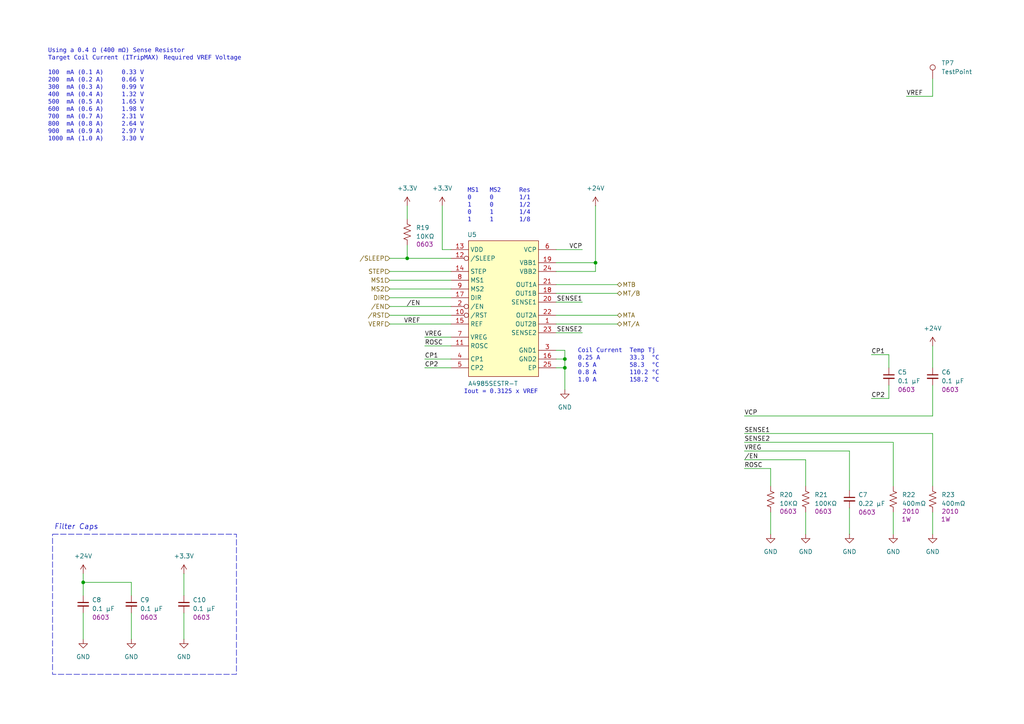
<source format=kicad_sch>
(kicad_sch (version 20250114) (generator "eeschema") (generator_version "9.0")
  (paper "A4")
  (title_block (title "Lark Print Engine") (date "2025-10-08") (rev "01.00.01") (comment 1 "Thermal Print Engine") (comment 2 "Designer: HamSlices") (comment 3 "The Lark Project"))
  (lib_symbols
    (symbol "Allegro MicroSystems:A4985SESTR-T"
      (property "Reference" "U" (at -9.652 21.59 0))
      (property "Value" "A4985SESTR-T" (at -3.302 -20.32 0))
      (symbol "A4985SESTR-T_1_1"
        (rectangle (start -10.16 20.32) (end 10.16 -19.05) (fill (type background)))
        (pin power_in line (at -15.24 17.78 0) (length 5.08) (name "VDD") (number "13"))
        (pin input inverted (at -15.24 15.24 0) (length 5.08) (name "/SLEEP") (number "12"))
        (pin input line (at -15.24 11.43 0) (length 5.08) (name "STEP") (number "14"))
        (pin input line (at -15.24 8.89 0) (length 5.08) (name "MS1") (number "8"))
        (pin input line (at -15.24 6.35 0) (length 5.08) (name "MS2") (number "9"))
        (pin input line (at -15.24 3.81 0) (length 5.08) (name "DIR") (number "17"))
        (pin input inverted (at -15.24 1.27 0) (length 5.08) (name "/EN") (number "2"))
        (pin input inverted (at -15.24 -1.27 0) (length 5.08) (name "/RST") (number "10"))
        (pin input line (at -15.24 -3.81 0) (length 5.08) (name "REF") (number "15"))
        (pin passive line (at -15.24 -7.62 0) (length 5.08) (name "VREG") (number "7"))
        (pin passive line (at -15.24 -10.16 0) (length 5.08) (name "ROSC") (number "11"))
        (pin passive line (at -15.24 -13.97 0) (length 5.08) (name "CP1") (number "4"))
        (pin passive line (at -15.24 -16.51 0) (length 5.08) (name "CP2") (number "5"))
        (pin passive line (at 15.24 17.78 180) (length 5.08) (name "VCP") (number "6"))
        (pin power_in line (at 15.24 13.97 180) (length 5.08) (name "VBB1") (number "19"))
        (pin power_in line (at 15.24 11.43 180) (length 5.08) (name "VBB2") (number "24"))
        (pin bidirectional line (at 15.24 7.62 180) (length 5.08) (name "OUT1A") (number "21"))
        (pin bidirectional line (at 15.24 5.08 180) (length 5.08) (name "OUT1B") (number "18"))
        (pin passive line (at 15.24 2.54 180) (length 5.08) (name "SENSE1") (number "20"))
        (pin bidirectional line (at 15.24 -1.27 180) (length 5.08) (name "OUT2A") (number "22"))
        (pin bidirectional line (at 15.24 -3.81 180) (length 5.08) (name "OUT2B") (number "1"))
        (pin passive line (at 15.24 -6.35 180) (length 5.08) (name "SENSE2") (number "23"))
        (pin power_in line (at 15.24 -11.43 180) (length 5.08) (name "GND1") (number "3"))
        (pin power_in line (at 15.24 -13.97 180) (length 5.08) (name "GND2") (number "16"))
        (pin power_in line (at 15.24 -16.51 180) (length 5.08) (name "EP") (number "25"))
      )
    )
    (symbol "Connector:TestPoint" (pin_numbers (hide yes)) (pin_names (offset 0.762) (hide yes))
      (property "Reference" "TP" (at 0 6.858 0))
      (property "Value" "TestPoint" (at 0 5.08 0))
      (symbol "TestPoint_0_1"
        (circle (center 0 3.302) (radius 0.762))
      )
      (symbol "TestPoint_1_1"
        (pin passive line (at 0 0 90) (length 2.54) (name "1") (number "1"))
      )
    )
    (symbol "Murata Electronics:Capacitor" (pin_numbers (hide yes)) (pin_names (offset 0.254) (hide yes))
      (property "Reference" "C" (at 0.254 1.778 0))
      (property "Value" "Capacitor" (at 0.254 -2.032 0))
      (symbol "Capacitor_0_1"
        (polyline (pts (xy -1.524 0.508) (xy 1.524 0.508)) (stroke (width 0.3048)))
        (polyline (pts (xy -1.524 -0.508) (xy 1.524 -0.508)) (stroke (width 0.3302)))
      )
      (symbol "Capacitor_1_1"
        (pin passive line (at 0 2.54 270) (length 2.032) (name "~") (number "1"))
        (pin passive line (at 0 -2.54 90) (length 2.032) (name "~") (number "2"))
      )
    )
    (symbol "Stackpole:Resistor" (pin_numbers (hide yes)) (pin_names (offset 0))
      (property "Reference" "R" (at 2.54 0 90))
      (property "Value" "Resistor" (at -2.54 0 90))
      (symbol "Resistor_0_1"
        (polyline (pts (xy 0 2.286) (xy 0 2.54)))
        (polyline (pts (xy 0 2.286) (xy 1.016 1.905) (xy 0 1.524) (xy -1.016 1.143) (xy 0 0.762)))
        (polyline (pts (xy 0 0.762) (xy 1.016 0.381) (xy 0 0) (xy -1.016 -0.381) (xy 0 -0.762)))
        (polyline (pts (xy 0 -0.762) (xy 1.016 -1.143) (xy 0 -1.524) (xy -1.016 -1.905) (xy 0 -2.286)))
        (polyline (pts (xy 0 -2.286) (xy 0 -2.54)))
      )
      (symbol "Resistor_1_1"
        (pin passive line (at 0 3.81 270) (length 1.27) (name "~") (number "1"))
        (pin passive line (at 0 -3.81 90) (length 1.27) (name "~") (number "2"))
      )
    )
    (symbol "power:+24V" (power) (pin_numbers (hide yes)) (pin_names (offset 0) (hide yes))
      (property "Value" "+24V" (at 0 3.556 0))
      (symbol "+24V_0_1"
        (polyline (pts (xy -0.762 1.27) (xy 0 2.54)))
        (polyline (pts (xy 0 2.54) (xy 0.762 1.27)))
        (polyline (pts (xy 0 0) (xy 0 2.54)))
      )
      (symbol "+24V_1_1"
        (pin power_in line (at 0 0 90) (length 0) (name "~") (number "1"))
      )
    )
    (symbol "power:+3.3V" (power) (pin_numbers (hide yes)) (pin_names (offset 0) (hide yes))
      (property "Value" "+3.3V" (at 0 3.556 0))
      (symbol "+3.3V_0_1"
        (polyline (pts (xy -0.762 1.27) (xy 0 2.54)))
        (polyline (pts (xy 0 2.54) (xy 0.762 1.27)))
        (polyline (pts (xy 0 0) (xy 0 2.54)))
      )
      (symbol "+3.3V_1_1"
        (pin power_in line (at 0 0 90) (length 0) (name "~") (number "1"))
      )
    )
    (symbol "power:GND" (power) (pin_numbers (hide yes)) (pin_names (offset 0) (hide yes))
      (property "Value" "GND" (at 0 -3.81 0))
      (symbol "GND_0_1"
        (polyline (pts (xy 0 0) (xy 0 -1.27) (xy 1.27 -1.27) (xy 0 -2.54) (xy -1.27 -1.27) (xy 0 -1.27)))
      )
      (symbol "GND_1_1"
        (pin power_in line (at 0 0 270) (length 0) (name "~") (number "1"))
      )
    )
  )
  (rectangle (start 15.24 154.94) (end 68.58 195.58) (stroke (width 0) (type dash)))
  (text "MS1   MS2     Res\n0     0       1/1\n1     0       1/2\n0     1       1/4\n1     1       1/8" (at 135.636 59.944 0) (effects (font (size 1.27 1.27)) (justify left)))
  (text "Filter Caps" (at 22.098 152.908 0) (effects (font (size 1.524 1.524) (italic yes))))
  (text "Coil Current  Temp Tj\n0.25 A        33.3  °C\n0.5 A         58.3  °C\n0.8 A         110.2 °C\n1.0 A         158.2 °C" (at 167.64 106.426 0) (effects (font (size 1.27 1.27)) (justify left)))
  (text "Iout = 0.3125 x VREF" (at 145.288 114.046 0) (effects (font (size 1.27 1.27))))
  (text "Using a 0.4 Ω (400 mΩ) Sense Resistor\nTarget Coil Current (ITripMAX)	Required VREF Voltage\n\n100  mA (0.1 A)		0.33 V\n200  mA (0.2 A)		0.66 V\n300  mA (0.3 A)		0.99 V\n400  mA (0.4 A)		1.32 V\n500  mA (0.5 A)		1.65 V\n600  mA (0.6 A)		1.98 V\n700  mA (0.7 A)		2.31 V\n800  mA (0.8 A)		2.64 V\n900  mA (0.9 A)		2.97 V\n1000 mA (1.0 A)		3.30 V\n" (at 13.97 27.94 0) (effects (font (size 1.27 1.27)) (justify left)))
  (junction (at 172.72 76.2))
  (junction (at 118.11 74.93))
  (junction (at 163.83 104.14))
  (junction (at 24.13 168.91))
  (junction (at 163.83 106.68))
  (wire (pts (xy 270.51 148.59) (xy 270.51 154.94)))
  (wire (pts (xy 24.13 166.37) (xy 24.13 168.91)))
  (wire (pts (xy 163.83 106.68) (xy 163.83 113.03)))
  (wire (pts (xy 252.73 115.57) (xy 257.81 115.57)))
  (wire (pts (xy 161.29 85.09) (xy 179.07 85.09)))
  (wire (pts (xy 163.83 101.6) (xy 163.83 104.14)))
  (wire (pts (xy 123.19 97.79) (xy 130.81 97.79)))
  (wire (pts (xy 113.03 78.74) (xy 130.81 78.74)))
  (wire (pts (xy 161.29 96.52) (xy 168.91 96.52)))
  (wire (pts (xy 161.29 106.68) (xy 163.83 106.68)))
  (wire (pts (xy 246.38 147.32) (xy 246.38 154.94)))
  (wire (pts (xy 24.13 168.91) (xy 24.13 172.72)))
  (wire (pts (xy 172.72 59.69) (xy 172.72 76.2)))
  (wire (pts (xy 257.81 115.57) (xy 257.81 111.76)))
  (wire (pts (xy 161.29 82.55) (xy 179.07 82.55)))
  (wire (pts (xy 53.34 177.8) (xy 53.34 185.42)))
  (wire (pts (xy 161.29 104.14) (xy 163.83 104.14)))
  (wire (pts (xy 123.19 100.33) (xy 130.81 100.33)))
  (wire (pts (xy 113.03 74.93) (xy 118.11 74.93)))
  (wire (pts (xy 259.08 140.97) (xy 259.08 128.27)))
  (wire (pts (xy 161.29 93.98) (xy 179.07 93.98)))
  (wire (pts (xy 223.52 140.97) (xy 223.52 135.89)))
  (wire (pts (xy 113.03 88.9) (xy 130.81 88.9)))
  (wire (pts (xy 270.51 140.97) (xy 270.51 125.73)))
  (wire (pts (xy 161.29 78.74) (xy 172.72 78.74)))
  (wire (pts (xy 215.9 128.27) (xy 259.08 128.27)))
  (wire (pts (xy 172.72 78.74) (xy 172.72 76.2)))
  (wire (pts (xy 215.9 130.81) (xy 246.38 130.81)))
  (wire (pts (xy 161.29 101.6) (xy 163.83 101.6)))
  (wire (pts (xy 113.03 93.98) (xy 130.81 93.98)))
  (wire (pts (xy 118.11 59.69) (xy 118.11 63.5)))
  (wire (pts (xy 113.03 81.28) (xy 130.81 81.28)))
  (wire (pts (xy 38.1 177.8) (xy 38.1 185.42)))
  (wire (pts (xy 252.73 102.87) (xy 257.81 102.87)))
  (wire (pts (xy 113.03 91.44) (xy 130.81 91.44)))
  (wire (pts (xy 270.51 22.86) (xy 270.51 27.94)))
  (wire (pts (xy 24.13 168.91) (xy 38.1 168.91)))
  (wire (pts (xy 215.9 125.73) (xy 270.51 125.73)))
  (wire (pts (xy 38.1 172.72) (xy 38.1 168.91)))
  (wire (pts (xy 259.08 148.59) (xy 259.08 154.94)))
  (wire (pts (xy 215.9 133.35) (xy 233.68 133.35)))
  (wire (pts (xy 215.9 120.65) (xy 270.51 120.65)))
  (wire (pts (xy 257.81 102.87) (xy 257.81 106.68)))
  (wire (pts (xy 128.27 59.69) (xy 128.27 72.39)))
  (wire (pts (xy 113.03 83.82) (xy 130.81 83.82)))
  (wire (pts (xy 123.19 106.68) (xy 130.81 106.68)))
  (wire (pts (xy 233.68 140.97) (xy 233.68 133.35)))
  (wire (pts (xy 118.11 74.93) (xy 130.81 74.93)))
  (wire (pts (xy 161.29 87.63) (xy 168.91 87.63)))
  (wire (pts (xy 128.27 72.39) (xy 130.81 72.39)))
  (wire (pts (xy 246.38 142.24) (xy 246.38 130.81)))
  (wire (pts (xy 113.03 86.36) (xy 130.81 86.36)))
  (wire (pts (xy 215.9 135.89) (xy 223.52 135.89)))
  (wire (pts (xy 123.19 104.14) (xy 130.81 104.14)))
  (wire (pts (xy 163.83 104.14) (xy 163.83 106.68)))
  (wire (pts (xy 223.52 148.59) (xy 223.52 154.94)))
  (wire (pts (xy 262.89 27.94) (xy 270.51 27.94)))
  (wire (pts (xy 161.29 72.39) (xy 168.91 72.39)))
  (wire (pts (xy 53.34 166.37) (xy 53.34 172.72)))
  (wire (pts (xy 270.51 100.33) (xy 270.51 106.68)))
  (wire (pts (xy 161.29 76.2) (xy 172.72 76.2)))
  (wire (pts (xy 161.29 91.44) (xy 179.07 91.44)))
  (wire (pts (xy 24.13 177.8) (xy 24.13 185.42)))
  (wire (pts (xy 270.51 111.76) (xy 270.51 120.65)))
  (wire (pts (xy 118.11 71.12) (xy 118.11 74.93)))
  (wire (pts (xy 233.68 148.59) (xy 233.68 154.94)))
  (label "VREG" (at 123.19 97.79 0))
  (label "CP1" (at 252.73 102.87 0))
  (label "SENSE2" (at 215.9 128.27 0))
  (label "{slash}EN" (at 215.9 133.35 0))
  (label "SENSE1" (at 168.91 87.63 180))
  (label "VCP" (at 215.9 120.65 0))
  (label "CP2" (at 123.19 106.68 0))
  (label "CP2" (at 252.73 115.57 0))
  (label "VREG" (at 215.9 130.81 0))
  (label "SENSE1" (at 215.9 125.73 0))
  (label "VREF" (at 262.89 27.94 0))
  (label "ROSC" (at 123.19 100.33 0))
  (label "SENSE2" (at 168.91 96.52 180))
  (label "CP1" (at 123.19 104.14 0))
  (label "VREF" (at 121.92 93.98 180))
  (label "ROSC" (at 215.9 135.89 0))
  (label "VCP" (at 168.91 72.39 180))
  (label "{slash}EN" (at 121.92 88.9 180))
  (hierarchical_label "MTB" (shape bidirectional) (at 179.07 82.55 0))
  (hierarchical_label "STEP" (shape input) (at 113.03 78.74 180))
  (hierarchical_label "MTA" (shape bidirectional) (at 179.07 91.44 0))
  (hierarchical_label "{slash}SLEEP" (shape input) (at 113.03 74.93 180))
  (hierarchical_label "DIR" (shape input) (at 113.03 86.36 180))
  (hierarchical_label "{slash}RST" (shape input) (at 113.03 91.44 180))
  (hierarchical_label "MT{slash}B" (shape bidirectional) (at 179.07 85.09 0))
  (hierarchical_label "MT{slash}A" (shape bidirectional) (at 179.07 93.98 0))
  (hierarchical_label "MS1" (shape input) (at 113.03 81.28 180))
  (hierarchical_label "{slash}EN" (shape input) (at 113.03 88.9 180))
  (hierarchical_label "VERF" (shape input) (at 113.03 93.98 180))
  (hierarchical_label "MS2" (shape input) (at 113.03 83.82 180))
  (symbol (lib_id "Murata Electronics:Capacitor") (at 246.38 144.78 0) (unit 1)
    (property "Reference" "C7" (at 248.92 143.5162 0) (effects (justify left)))
    (property "Value" "0.22 µF" (at 248.92 146.0562 0) (effects (justify left)))
    (property "Footprint" "Murata Electronics:C_0603" (effects (hide yes)))
    (property "Datasheet" "https://search.murata.co.jp/Ceramy/image/img/A01X/G101/ENG/GRM188R71H224KAC4-01.pdf" (effects (hide yes)))
    (property "Description" "Unpolarized capacitor, small symbol" (effects (hide yes)))
    (property "Case" "0603" (at 251.46 148.59 0))
    (property "MPN" "GRM188R71H224KAC4D" (effects (hide yes)))
  )
  (symbol (lib_id "power:+24V") (at 172.72 59.69 0) (unit 1)
    (property "Reference" "#PWR036" (effects (hide yes)))
    (property "Value" "+24V" (at 172.72 54.61 0))
    (property "Description" "Power symbol creates a global label with name \"+24V\"" (effects (hide yes)))
  )
  (symbol (lib_id "Stackpole:Resistor") (at 118.11 67.31 0) (unit 1)
    (property "Reference" "R19" (at 120.65 66.0399 0) (effects (justify left)))
    (property "Value" "10KΩ" (at 120.65 68.5799 0) (effects (justify left)))
    (property "Footprint" "Stackpole:R_0603" (effects (hide yes)))
    (property "Datasheet" "https://www.seielect.com/catalog/SEI-RMCF_RMCP.pdf" (effects (hide yes)))
    (property "Description" "Resistor, US symbol" (effects (hide yes)))
    (property "Power" "1/10W" (effects (hide yes)))
    (property "Case" "0603" (at 123.19 70.866 0))
    (property "MPN" "RMCF0603FG10K0" (effects (hide yes)))
  )
  (symbol (lib_id "power:+3.3V") (at 128.27 59.69 0) (unit 1)
    (property "Reference" "#PWR035" (effects (hide yes)))
    (property "Value" "+3.3V" (at 128.27 54.61 0))
    (property "Description" "Power symbol creates a global label with name \"+3.3V\"" (effects (hide yes)))
  )
  (symbol (lib_id "power:GND") (at 259.08 154.94 0) (unit 1)
    (property "Reference" "#PWR043" (effects (hide yes)))
    (property "Value" "GND" (at 259.08 160.02 0))
    (property "Description" "Power symbol creates a global label with name \"GND\" , ground" (effects (hide yes)))
  )
  (symbol (lib_id "power:+24V") (at 24.13 166.37 0) (unit 1)
    (property "Reference" "#PWR045" (effects (hide yes)))
    (property "Value" "+24V" (at 24.13 161.29 0))
    (property "Description" "Power symbol creates a global label with name \"+24V\"" (effects (hide yes)))
  )
  (symbol (lib_id "Connector:TestPoint") (at 270.51 22.86 0) (unit 1)
    (property "Reference" "TP7" (at 273.05 18.2879 0) (effects (justify left)))
    (property "Value" "TestPoint" (at 273.05 20.8279 0) (effects (justify left)))
    (property "Description" "test point" (effects (hide yes)))
  )
  (symbol (lib_id "Stackpole:Resistor") (at 259.08 144.78 0) (unit 1)
    (property "Reference" "R22" (at 261.62 143.5099 0) (effects (justify left)))
    (property "Value" "400mΩ" (at 261.62 146.0499 0) (effects (justify left)))
    (property "Footprint" "Stackpole:R_2010" (effects (hide yes)))
    (property "Datasheet" "https://www.seielect.com/catalog/SEI-CSR_CSRN.pdf" (effects (hide yes)))
    (property "Description" "Resistor, US symbol" (effects (hide yes)))
    (property "Power" "1W" (at 262.89 150.622 0))
    (property "Case" "2010" (at 264.16 148.336 0))
    (property "MPN" "CSRN2010FKR400" (effects (hide yes)))
  )
  (symbol (lib_id "power:+3.3V") (at 53.34 166.37 0) (unit 1)
    (property "Reference" "#PWR048" (effects (hide yes)))
    (property "Value" "+3.3V" (at 53.34 161.29 0))
    (property "Description" "Power symbol creates a global label with name \"+3.3V\"" (effects (hide yes)))
  )
  (symbol (lib_id "power:+24V") (at 270.51 100.33 0) (unit 1)
    (property "Reference" "#PWR039" (effects (hide yes)))
    (property "Value" "+24V" (at 270.51 95.25 0))
    (property "Description" "Power symbol creates a global label with name \"+24V\"" (effects (hide yes)))
  )
  (symbol (lib_id "power:GND") (at 53.34 185.42 0) (unit 1)
    (property "Reference" "#PWR049" (effects (hide yes)))
    (property "Value" "GND" (at 53.34 190.5 0))
    (property "Description" "Power symbol creates a global label with name \"GND\" , ground" (effects (hide yes)))
  )
  (symbol (lib_id "Murata Electronics:Capacitor") (at 24.13 175.26 0) (unit 1)
    (property "Reference" "C8" (at 26.67 173.9962 0) (effects (justify left)))
    (property "Value" "0.1 µF" (at 26.67 176.5362 0) (effects (justify left)))
    (property "Footprint" "Murata Electronics:C_0603" (effects (hide yes)))
    (property "Datasheet" "https://search.murata.co.jp/Ceramy/image/img/A01X/G101/ENG/GRM188R72A104MA35-01A.pdf" (effects (hide yes)))
    (property "Description" "Unpolarized capacitor, small symbol" (effects (hide yes)))
    (property "Case" "0603" (at 29.21 179.07 0))
    (property "MPN" "GRM188R72A104MA35J" (effects (hide yes)))
  )
  (symbol (lib_id "power:GND") (at 38.1 185.42 0) (unit 1)
    (property "Reference" "#PWR047" (effects (hide yes)))
    (property "Value" "GND" (at 38.1 190.5 0))
    (property "Description" "Power symbol creates a global label with name \"GND\" , ground" (effects (hide yes)))
  )
  (symbol (lib_id "power:GND") (at 24.13 185.42 0) (unit 1)
    (property "Reference" "#PWR046" (effects (hide yes)))
    (property "Value" "GND" (at 24.13 190.5 0))
    (property "Description" "Power symbol creates a global label with name \"GND\" , ground" (effects (hide yes)))
  )
  (symbol (lib_id "power:GND") (at 163.83 113.03 0) (unit 1)
    (property "Reference" "#PWR037" (effects (hide yes)))
    (property "Value" "GND" (at 163.83 118.11 0))
    (property "Description" "Power symbol creates a global label with name \"GND\" , ground" (effects (hide yes)))
  )
  (symbol (lib_id "Murata Electronics:Capacitor") (at 270.51 109.22 0) (unit 1)
    (property "Reference" "C6" (at 273.05 107.9562 0) (effects (justify left)))
    (property "Value" "0.1 µF" (at 273.05 110.4962 0) (effects (justify left)))
    (property "Footprint" "Murata Electronics:C_0603" (effects (hide yes)))
    (property "Datasheet" "https://search.murata.co.jp/Ceramy/image/img/A01X/G101/ENG/GRM188R72A104MA35-01A.pdf" (effects (hide yes)))
    (property "Description" "Unpolarized capacitor, small symbol" (effects (hide yes)))
    (property "Case" "0603" (at 275.59 113.03 0))
    (property "MPN" "GRM188R72A104MA35J" (effects (hide yes)))
  )
  (symbol (lib_id "Allegro MicroSystems:A4985SESTR-T") (at 146.05 90.17 0) (unit 1)
    (property "Reference" "U5" (at 136.906 68.072 0))
    (property "Value" "A4985SESTR-T" (at 143.002 111.252 0))
    (property "Footprint" "Allegro MicroSystems:QFN-24-1EP_4x4mm_P0.5mm_EP2.75x2.75mm_ThermalVias" (effects (hide yes)))
    (property "Datasheet" "https://www.allegromicro.com/~/media/Files/Datasheets/A4985-Datasheet.ashx" (effects (hide yes)))
    (property "MPN" "A4985SESTR-T" (effects (hide yes)))
  )
  (symbol (lib_id "power:GND") (at 270.51 154.94 0) (unit 1)
    (property "Reference" "#PWR044" (effects (hide yes)))
    (property "Value" "GND" (at 270.51 160.02 0))
    (property "Description" "Power symbol creates a global label with name \"GND\" , ground" (effects (hide yes)))
  )
  (symbol (lib_id "power:+3.3V") (at 118.11 59.69 0) (unit 1)
    (property "Reference" "#PWR038" (effects (hide yes)))
    (property "Value" "+3.3V" (at 118.11 54.61 0))
    (property "Description" "Power symbol creates a global label with name \"+3.3V\"" (effects (hide yes)))
  )
  (symbol (lib_id "Stackpole:Resistor") (at 233.68 144.78 0) (unit 1)
    (property "Reference" "R21" (at 236.22 143.5099 0) (effects (justify left)))
    (property "Value" "100KΩ" (at 236.22 146.0499 0) (effects (justify left)))
    (property "Footprint" "Stackpole:R_0603" (effects (hide yes)))
    (property "Datasheet" "https://www.seielect.com/catalog/SEI-RMCF_RMCP.pdf" (effects (hide yes)))
    (property "Description" "Resistor, US symbol" (effects (hide yes)))
    (property "Power" "1/10W" (effects (hide yes)))
    (property "Case" "0603" (at 238.76 148.336 0))
    (property "MPN" "RMCF0603FG100K" (effects (hide yes)))
  )
  (symbol (lib_id "power:GND") (at 233.68 154.94 0) (unit 1)
    (property "Reference" "#PWR041" (effects (hide yes)))
    (property "Value" "GND" (at 233.68 160.02 0))
    (property "Description" "Power symbol creates a global label with name \"GND\" , ground" (effects (hide yes)))
  )
  (symbol (lib_id "power:GND") (at 223.52 154.94 0) (unit 1)
    (property "Reference" "#PWR040" (effects (hide yes)))
    (property "Value" "GND" (at 223.52 160.02 0))
    (property "Description" "Power symbol creates a global label with name \"GND\" , ground" (effects (hide yes)))
  )
  (symbol (lib_id "power:GND") (at 246.38 154.94 0) (unit 1)
    (property "Reference" "#PWR042" (effects (hide yes)))
    (property "Value" "GND" (at 246.38 160.02 0))
    (property "Description" "Power symbol creates a global label with name \"GND\" , ground" (effects (hide yes)))
  )
  (symbol (lib_id "Stackpole:Resistor") (at 270.51 144.78 0) (unit 1)
    (property "Reference" "R23" (at 273.05 143.5099 0) (effects (justify left)))
    (property "Value" "400mΩ" (at 273.05 146.0499 0) (effects (justify left)))
    (property "Footprint" "Stackpole:R_2010" (effects (hide yes)))
    (property "Datasheet" "https://www.seielect.com/catalog/SEI-CSR_CSRN.pdf" (effects (hide yes)))
    (property "Description" "Resistor, US symbol" (effects (hide yes)))
    (property "Power" "1W" (at 274.32 150.622 0))
    (property "Case" "2010" (at 275.59 148.336 0))
    (property "MPN" "CSRN2010FKR400" (effects (hide yes)))
  )
  (symbol (lib_id "Murata Electronics:Capacitor") (at 257.81 109.22 0) (unit 1)
    (property "Reference" "C5" (at 260.35 107.9562 0) (effects (justify left)))
    (property "Value" "0.1 µF" (at 260.35 110.4962 0) (effects (justify left)))
    (property "Footprint" "Murata Electronics:C_0603" (effects (hide yes)))
    (property "Datasheet" "https://search.murata.co.jp/Ceramy/image/img/A01X/G101/ENG/GRM188R72A104MA35-01A.pdf" (effects (hide yes)))
    (property "Description" "Unpolarized capacitor, small symbol" (effects (hide yes)))
    (property "Case" "0603" (at 262.89 113.03 0))
    (property "MPN" "GRM188R72A104MA35J" (effects (hide yes)))
  )
  (symbol (lib_id "Stackpole:Resistor") (at 223.52 144.78 0) (unit 1)
    (property "Reference" "R20" (at 226.06 143.5099 0) (effects (justify left)))
    (property "Value" "10KΩ" (at 226.06 146.0499 0) (effects (justify left)))
    (property "Footprint" "Stackpole:R_0603" (effects (hide yes)))
    (property "Datasheet" "https://www.seielect.com/catalog/SEI-RMCF_RMCP.pdf" (effects (hide yes)))
    (property "Description" "Resistor, US symbol" (effects (hide yes)))
    (property "Power" "1/10W" (effects (hide yes)))
    (property "Case" "0603" (at 228.6 148.336 0))
    (property "MPN" "RMCF0603FG10K0" (effects (hide yes)))
  )
  (symbol (lib_id "Murata Electronics:Capacitor") (at 38.1 175.26 0) (unit 1)
    (property "Reference" "C9" (at 40.64 173.9962 0) (effects (justify left)))
    (property "Value" "0.1 µF" (at 40.64 176.5362 0) (effects (justify left)))
    (property "Footprint" "Murata Electronics:C_0603" (effects (hide yes)))
    (property "Datasheet" "https://search.murata.co.jp/Ceramy/image/img/A01X/G101/ENG/GRM188R72A104MA35-01A.pdf" (effects (hide yes)))
    (property "Description" "Unpolarized capacitor, small symbol" (effects (hide yes)))
    (property "Case" "0603" (at 43.18 179.07 0))
    (property "MPN" "GRM188R72A104MA35J" (effects (hide yes)))
  )
  (symbol (lib_id "Murata Electronics:Capacitor") (at 53.34 175.26 0) (unit 1)
    (property "Reference" "C10" (at 55.88 173.9962 0) (effects (justify left)))
    (property "Value" "0.1 µF" (at 55.88 176.5362 0) (effects (justify left)))
    (property "Footprint" "Murata Electronics:C_0603" (effects (hide yes)))
    (property "Datasheet" "https://search.murata.co.jp/Ceramy/image/img/A01X/G101/ENG/GRM188R72A104MA35-01A.pdf" (effects (hide yes)))
    (property "Description" "Unpolarized capacitor, small symbol" (effects (hide yes)))
    (property "Case" "0603" (at 58.42 179.07 0))
    (property "MPN" "GRM188R72A104MA35J" (effects (hide yes)))
  )
)
</source>
